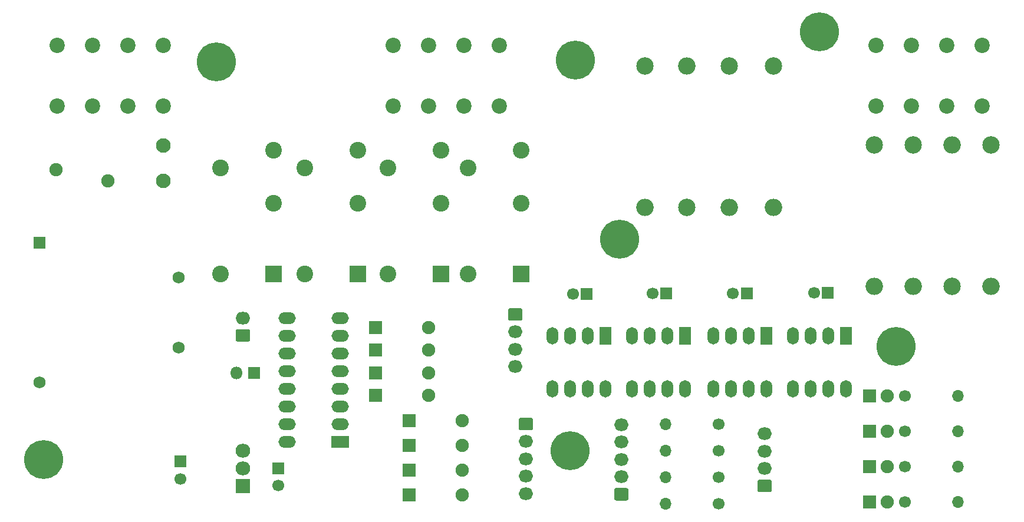
<source format=gbs>
G04 #@! TF.GenerationSoftware,KiCad,Pcbnew,(5.1.6)-1*
G04 #@! TF.CreationDate,2021-09-22T13:29:04+02:00*
G04 #@! TF.ProjectId,hamodule,68616d6f-6475-46c6-952e-6b696361645f,rev?*
G04 #@! TF.SameCoordinates,Original*
G04 #@! TF.FileFunction,Soldermask,Bot*
G04 #@! TF.FilePolarity,Negative*
%FSLAX46Y46*%
G04 Gerber Fmt 4.6, Leading zero omitted, Abs format (unit mm)*
G04 Created by KiCad (PCBNEW (5.1.6)-1) date 2021-09-22 13:29:04*
%MOMM*%
%LPD*%
G01*
G04 APERTURE LIST*
%ADD10C,1.700000*%
%ADD11R,1.700000X1.700000*%
%ADD12O,1.800000X1.800000*%
%ADD13R,1.800000X1.800000*%
%ADD14C,5.600000*%
%ADD15O,1.900000X1.900000*%
%ADD16R,1.900000X1.900000*%
%ADD17C,1.900000*%
%ADD18C,2.200000*%
%ADD19R,2.400000X2.400000*%
%ADD20C,2.400000*%
%ADD21O,2.500000X2.500000*%
%ADD22C,2.500000*%
%ADD23R,2.500000X1.700000*%
%ADD24O,2.500000X1.700000*%
%ADD25O,2.050000X1.800000*%
%ADD26R,1.700000X2.500000*%
%ADD27O,1.700000X2.500000*%
%ADD28O,2.100000X2.005000*%
%ADD29R,2.100000X2.005000*%
%ADD30O,1.700000X1.700000*%
%ADD31O,2.100000X1.800000*%
%ADD32R,1.750000X1.750000*%
%ADD33C,1.750000*%
%ADD34C,2.100000*%
G04 APERTURE END LIST*
D10*
X137898120Y-54810660D03*
D11*
X139898120Y-54810660D03*
D10*
X126257300Y-54843680D03*
D11*
X128257300Y-54843680D03*
D10*
X114713000Y-54843680D03*
D11*
X116713000Y-54843680D03*
D10*
X103286560Y-54945280D03*
D11*
X105286560Y-54945280D03*
D12*
X54965600Y-66271140D03*
D13*
X57505600Y-66271140D03*
D14*
X109976920Y-47078900D03*
D10*
X60960000Y-82510000D03*
D11*
X60960000Y-80010000D03*
D10*
X46888400Y-81524480D03*
D11*
X46888400Y-79024480D03*
D15*
X87376000Y-83820000D03*
D16*
X79756000Y-83820000D03*
D15*
X87376000Y-80264000D03*
D16*
X79756000Y-80264000D03*
D15*
X87376000Y-76708000D03*
D16*
X79756000Y-76708000D03*
D15*
X87376000Y-73152000D03*
D16*
X79756000Y-73152000D03*
D15*
X82514000Y-59770000D03*
D16*
X74894000Y-59770000D03*
D15*
X82514000Y-63020000D03*
D16*
X74894000Y-63020000D03*
D15*
X82514000Y-66270000D03*
D16*
X74894000Y-66270000D03*
D15*
X82514000Y-69520000D03*
D16*
X74894000Y-69520000D03*
D17*
X36510000Y-38730000D03*
X29010000Y-37096670D03*
D18*
X44450000Y-27940000D03*
X44450000Y-19240000D03*
X39370000Y-27940000D03*
X39370000Y-19240000D03*
X34290000Y-27940000D03*
X34290000Y-19240000D03*
X29210000Y-27940000D03*
X29210000Y-19240000D03*
D14*
X52070000Y-21590000D03*
D19*
X84328000Y-52070000D03*
D20*
X84328000Y-41910000D03*
X84328000Y-34290000D03*
X76708000Y-36830000D03*
X76708000Y-52070000D03*
D21*
X132080000Y-42545000D03*
D22*
X132080000Y-22225000D03*
D21*
X125730000Y-42545000D03*
D22*
X125730000Y-22225000D03*
D23*
X69850000Y-76200000D03*
D24*
X62230000Y-58420000D03*
X69850000Y-73660000D03*
X62230000Y-60960000D03*
X69850000Y-71120000D03*
X62230000Y-63500000D03*
X69850000Y-68580000D03*
X62230000Y-66040000D03*
X69850000Y-66040000D03*
X62230000Y-68580000D03*
X69850000Y-63500000D03*
X62230000Y-71120000D03*
X69850000Y-60960000D03*
X62230000Y-73660000D03*
X69850000Y-58420000D03*
X62230000Y-76200000D03*
D25*
X94996000Y-65412000D03*
X94996000Y-62912000D03*
X94996000Y-60412000D03*
G36*
G01*
X94235706Y-57012000D02*
X95756294Y-57012000D01*
G75*
G02*
X96021000Y-57276706I0J-264706D01*
G01*
X96021000Y-58547294D01*
G75*
G02*
X95756294Y-58812000I-264706J0D01*
G01*
X94235706Y-58812000D01*
G75*
G02*
X93971000Y-58547294I0J264706D01*
G01*
X93971000Y-57276706D01*
G75*
G02*
X94235706Y-57012000I264706J0D01*
G01*
G37*
X110236000Y-73740000D03*
X110236000Y-76240000D03*
X110236000Y-78740000D03*
X110236000Y-81240000D03*
G36*
G01*
X110996294Y-84640000D02*
X109475706Y-84640000D01*
G75*
G02*
X109211000Y-84375294I0J264706D01*
G01*
X109211000Y-83104706D01*
G75*
G02*
X109475706Y-82840000I264706J0D01*
G01*
X110996294Y-82840000D01*
G75*
G02*
X111261000Y-83104706I0J-264706D01*
G01*
X111261000Y-84375294D01*
G75*
G02*
X110996294Y-84640000I-264706J0D01*
G01*
G37*
D26*
X119380000Y-60960000D03*
D27*
X111760000Y-68580000D03*
X116840000Y-60960000D03*
X114300000Y-68580000D03*
X114300000Y-60960000D03*
X116840000Y-68580000D03*
X111760000Y-60960000D03*
X119380000Y-68580000D03*
D26*
X142494000Y-60960000D03*
D27*
X134874000Y-68580000D03*
X139954000Y-60960000D03*
X137414000Y-68580000D03*
X137414000Y-60960000D03*
X139954000Y-68580000D03*
X134874000Y-60960000D03*
X142494000Y-68580000D03*
D26*
X131064000Y-60960000D03*
D27*
X123444000Y-68580000D03*
X128524000Y-60960000D03*
X125984000Y-68580000D03*
X125984000Y-60960000D03*
X128524000Y-68580000D03*
X123444000Y-60960000D03*
X131064000Y-68580000D03*
D26*
X107950000Y-60960000D03*
D27*
X100330000Y-68580000D03*
X105410000Y-60960000D03*
X102870000Y-68580000D03*
X102870000Y-60960000D03*
X105410000Y-68580000D03*
X100330000Y-60960000D03*
X107950000Y-68580000D03*
D28*
X55880000Y-77470000D03*
X55880000Y-80010000D03*
D29*
X55880000Y-82550000D03*
D30*
X158623000Y-84836000D03*
D10*
X151003000Y-84836000D03*
D30*
X158623000Y-79756000D03*
D10*
X151003000Y-79756000D03*
D30*
X158623000Y-74676000D03*
D10*
X151003000Y-74676000D03*
D30*
X116586000Y-85090000D03*
D10*
X124206000Y-85090000D03*
D30*
X116586000Y-81280000D03*
D10*
X124206000Y-81280000D03*
D30*
X116586000Y-77470000D03*
D10*
X124206000Y-77470000D03*
D30*
X116586000Y-73660000D03*
D10*
X124206000Y-73660000D03*
D30*
X158623000Y-69596000D03*
D10*
X151003000Y-69596000D03*
D25*
X96520000Y-83660000D03*
X96520000Y-81160000D03*
X96520000Y-78660000D03*
X96520000Y-76160000D03*
G36*
G01*
X95759706Y-72760000D02*
X97280294Y-72760000D01*
G75*
G02*
X97545000Y-73024706I0J-264706D01*
G01*
X97545000Y-74295294D01*
G75*
G02*
X97280294Y-74560000I-264706J0D01*
G01*
X95759706Y-74560000D01*
G75*
G02*
X95495000Y-74295294I0J264706D01*
G01*
X95495000Y-73024706D01*
G75*
G02*
X95759706Y-72760000I264706J0D01*
G01*
G37*
D17*
X148463000Y-84836000D03*
D16*
X145923000Y-84836000D03*
D17*
X148463000Y-79756000D03*
D16*
X145923000Y-79756000D03*
D17*
X148463000Y-74676000D03*
D16*
X145923000Y-74676000D03*
D17*
X148463000Y-69596000D03*
D16*
X145923000Y-69596000D03*
D25*
X130810000Y-75050000D03*
X130810000Y-77550000D03*
X130810000Y-80050000D03*
G36*
G01*
X131570294Y-83450000D02*
X130049706Y-83450000D01*
G75*
G02*
X129785000Y-83185294I0J264706D01*
G01*
X129785000Y-81914706D01*
G75*
G02*
X130049706Y-81650000I264706J0D01*
G01*
X131570294Y-81650000D01*
G75*
G02*
X131835000Y-81914706I0J-264706D01*
G01*
X131835000Y-83185294D01*
G75*
G02*
X131570294Y-83450000I-264706J0D01*
G01*
G37*
D31*
X55892700Y-58412380D03*
G36*
G01*
X56677994Y-61812380D02*
X55107406Y-61812380D01*
G75*
G02*
X54842700Y-61547674I0J264706D01*
G01*
X54842700Y-60277086D01*
G75*
G02*
X55107406Y-60012380I264706J0D01*
G01*
X56677994Y-60012380D01*
G75*
G02*
X56942700Y-60277086I0J-264706D01*
G01*
X56942700Y-61547674D01*
G75*
G02*
X56677994Y-61812380I-264706J0D01*
G01*
G37*
D21*
X163322000Y-53848000D03*
D22*
X163322000Y-33528000D03*
D21*
X113665000Y-42545000D03*
D22*
X113665000Y-22225000D03*
D21*
X157734000Y-33528000D03*
D22*
X157734000Y-53848000D03*
D21*
X119634000Y-22225000D03*
D22*
X119634000Y-42545000D03*
D21*
X146558000Y-53848000D03*
D22*
X146558000Y-33528000D03*
D21*
X152146000Y-53848000D03*
D22*
X152146000Y-33528000D03*
D32*
X26670000Y-47625000D03*
D33*
X26670000Y-67625000D03*
X46670000Y-62625000D03*
X46670000Y-52625000D03*
D14*
X149720300Y-62489080D03*
X27305000Y-78740000D03*
X102870000Y-77470000D03*
X103632000Y-21336000D03*
X138684000Y-17272000D03*
D34*
X44450000Y-38735000D03*
X44450000Y-33655000D03*
D19*
X60325000Y-52070000D03*
D20*
X60325000Y-41910000D03*
X60325000Y-34290000D03*
X52705000Y-36830000D03*
X52705000Y-52070000D03*
D19*
X72390000Y-52070000D03*
D20*
X72390000Y-41910000D03*
X72390000Y-34290000D03*
X64770000Y-36830000D03*
X64770000Y-52070000D03*
D19*
X95885000Y-52070000D03*
D20*
X95885000Y-41910000D03*
X95885000Y-34290000D03*
X88265000Y-36830000D03*
X88265000Y-52070000D03*
D18*
X146812000Y-19240000D03*
X146812000Y-27940000D03*
X151892000Y-19240000D03*
X151892000Y-27940000D03*
X156972000Y-19240000D03*
X156972000Y-27940000D03*
X162052000Y-19240000D03*
X162052000Y-27940000D03*
X77470000Y-19240000D03*
X77470000Y-27940000D03*
X82550000Y-19240000D03*
X82550000Y-27940000D03*
X87630000Y-19240000D03*
X87630000Y-27940000D03*
X92710000Y-19240000D03*
X92710000Y-27940000D03*
M02*

</source>
